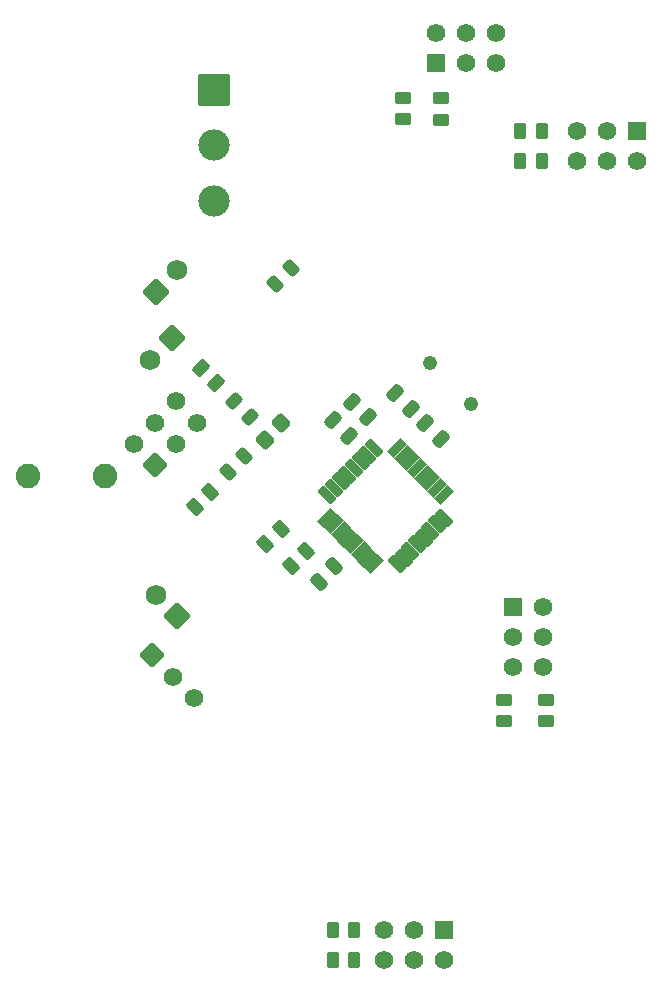
<source format=gbr>
%TF.GenerationSoftware,KiCad,Pcbnew,8.0.1*%
%TF.CreationDate,2024-05-30T23:21:13+02:00*%
%TF.ProjectId,minisumo_pcb,6d696e69-7375-46d6-9f5f-7063622e6b69,rev?*%
%TF.SameCoordinates,Original*%
%TF.FileFunction,Soldermask,Top*%
%TF.FilePolarity,Negative*%
%FSLAX46Y46*%
G04 Gerber Fmt 4.6, Leading zero omitted, Abs format (unit mm)*
G04 Created by KiCad (PCBNEW 8.0.1) date 2024-05-30 23:21:13*
%MOMM*%
%LPD*%
G01*
G04 APERTURE LIST*
G04 Aperture macros list*
%AMRoundRect*
0 Rectangle with rounded corners*
0 $1 Rounding radius*
0 $2 $3 $4 $5 $6 $7 $8 $9 X,Y pos of 4 corners*
0 Add a 4 corners polygon primitive as box body*
4,1,4,$2,$3,$4,$5,$6,$7,$8,$9,$2,$3,0*
0 Add four circle primitives for the rounded corners*
1,1,$1+$1,$2,$3*
1,1,$1+$1,$4,$5*
1,1,$1+$1,$6,$7*
1,1,$1+$1,$8,$9*
0 Add four rect primitives between the rounded corners*
20,1,$1+$1,$2,$3,$4,$5,0*
20,1,$1+$1,$4,$5,$6,$7,0*
20,1,$1+$1,$6,$7,$8,$9,0*
20,1,$1+$1,$8,$9,$2,$3,0*%
G04 Aperture macros list end*
%ADD10RoundRect,0.243750X-0.150260X0.494975X-0.494975X0.150260X0.150260X-0.494975X0.494975X-0.150260X0*%
%ADD11RoundRect,0.250000X-0.450000X0.262500X-0.450000X-0.262500X0.450000X-0.262500X0.450000X0.262500X0*%
%ADD12RoundRect,0.250000X0.450000X-0.262500X0.450000X0.262500X-0.450000X0.262500X-0.450000X-0.262500X0*%
%ADD13RoundRect,0.250000X0.262500X0.450000X-0.262500X0.450000X-0.262500X-0.450000X0.262500X-0.450000X0*%
%ADD14C,1.734000*%
%ADD15RoundRect,0.102000X-1.081873X0.000000X0.000000X-1.081873X1.081873X0.000000X0.000000X1.081873X0*%
%ADD16C,2.654000*%
%ADD17RoundRect,0.102000X-1.225000X-1.225000X1.225000X-1.225000X1.225000X1.225000X-1.225000X1.225000X0*%
%ADD18RoundRect,0.250000X0.132583X-0.503814X0.503814X-0.132583X-0.132583X0.503814X-0.503814X0.132583X0*%
%ADD19C,1.574000*%
%ADD20RoundRect,0.102000X0.968736X0.000000X0.000000X0.968736X-0.968736X0.000000X0.000000X-0.968736X0*%
%ADD21RoundRect,0.135720X-0.325269X0.666491X-0.666491X0.325269X0.325269X-0.666491X0.666491X-0.325269X0*%
%ADD22RoundRect,0.052780X0.325269X0.783785X-0.783785X-0.325269X-0.325269X-0.783785X0.783785X0.325269X0*%
%ADD23C,1.234000*%
%ADD24RoundRect,0.102000X-0.685000X-0.685000X0.685000X-0.685000X0.685000X0.685000X-0.685000X0.685000X0*%
%ADD25RoundRect,0.243750X0.494975X0.150260X0.150260X0.494975X-0.494975X-0.150260X-0.150260X-0.494975X0*%
%ADD26RoundRect,0.250000X0.070711X-0.565685X0.565685X-0.070711X-0.070711X0.565685X-0.565685X0.070711X0*%
%ADD27RoundRect,0.102000X-0.685000X0.685000X-0.685000X-0.685000X0.685000X-0.685000X0.685000X0.685000X0*%
%ADD28RoundRect,0.250000X0.512652X0.159099X0.159099X0.512652X-0.512652X-0.159099X-0.159099X-0.512652X0*%
%ADD29RoundRect,0.250000X-0.159099X0.512652X-0.512652X0.159099X0.159099X-0.512652X0.512652X-0.159099X0*%
%ADD30RoundRect,0.250000X-0.132583X0.503814X-0.503814X0.132583X0.132583X-0.503814X0.503814X-0.132583X0*%
%ADD31RoundRect,0.250000X-0.262500X-0.450000X0.262500X-0.450000X0.262500X0.450000X-0.262500X0.450000X0*%
%ADD32RoundRect,0.243750X0.150260X-0.494975X0.494975X-0.150260X-0.150260X0.494975X-0.494975X0.150260X0*%
%ADD33RoundRect,0.102000X0.000000X-0.968736X0.968736X0.000000X0.000000X0.968736X-0.968736X0.000000X0*%
%ADD34RoundRect,0.102000X0.000000X1.081873X-1.081873X0.000000X0.000000X-1.081873X1.081873X0.000000X0*%
%ADD35RoundRect,0.102000X0.685000X0.685000X-0.685000X0.685000X-0.685000X-0.685000X0.685000X-0.685000X0*%
%ADD36RoundRect,0.250000X-0.503814X-0.132583X-0.132583X-0.503814X0.503814X0.132583X0.132583X0.503814X0*%
%ADD37C,2.079000*%
%ADD38RoundRect,0.250000X-0.512652X-0.159099X-0.159099X-0.512652X0.512652X0.159099X0.159099X0.512652X0*%
%ADD39RoundRect,0.102000X0.000000X-1.081873X1.081873X0.000000X0.000000X1.081873X-1.081873X0.000000X0*%
G04 APERTURE END LIST*
D10*
%TO.C,MISO1*%
X114921709Y-101856129D03*
X116247535Y-100530303D03*
%TD*%
D11*
%TO.C,R2*%
X133002178Y-72042177D03*
X133002178Y-70217177D03*
%TD*%
D12*
%TO.C,R9*%
X141815001Y-121157500D03*
X141815001Y-122982500D03*
%TD*%
D13*
%TO.C,R6*%
X139657498Y-73025000D03*
X141482498Y-73025000D03*
%TD*%
D14*
%TO.C,M2*%
X108849509Y-112295190D03*
D15*
X110645561Y-114091242D03*
%TD*%
D16*
%TO.C,S1*%
X113747535Y-78893216D03*
X113747535Y-74193216D03*
D17*
X113747535Y-69493216D03*
%TD*%
D18*
%TO.C,R5*%
X113392770Y-103547981D03*
X112102300Y-104838451D03*
%TD*%
D11*
%TO.C,R10*%
X138285000Y-122982500D03*
X138285000Y-121157500D03*
%TD*%
D19*
%TO.C,J2*%
X112043586Y-120989267D03*
X110247535Y-119193216D03*
D20*
X108451484Y-117397165D03*
%TD*%
D21*
%TO.C,uC1*%
X133198534Y-105743736D03*
X132632849Y-106309422D03*
X132067163Y-106875107D03*
X131501478Y-107440793D03*
X130935793Y-108006478D03*
X130370107Y-108572163D03*
X129804422Y-109137849D03*
X129238736Y-109703534D03*
D22*
X127301264Y-109703534D03*
X126735578Y-109137849D03*
X126169893Y-108572163D03*
X125604207Y-108006478D03*
X125038522Y-107440793D03*
X124472837Y-106875107D03*
X123907151Y-106309422D03*
X123341466Y-105743736D03*
D21*
X123341466Y-103806264D03*
X123907151Y-103240578D03*
X124472837Y-102674893D03*
X125038522Y-102109207D03*
X125604207Y-101543522D03*
X126169893Y-100977837D03*
X126735578Y-100412151D03*
X127301264Y-99846466D03*
D22*
X129238736Y-99846466D03*
X129804422Y-100412151D03*
X130370107Y-100977837D03*
X130935793Y-101543522D03*
X131501478Y-102109207D03*
X132067163Y-102674893D03*
X132632849Y-103240578D03*
X133198534Y-103806264D03*
%TD*%
D11*
%TO.C,R1*%
X129742582Y-72022823D03*
X129742582Y-70197823D03*
%TD*%
D23*
%TO.C,Y1*%
X132044659Y-92649659D03*
X135495341Y-96100341D03*
%TD*%
D19*
%TO.C,ES1*%
X137577500Y-64673216D03*
X137577500Y-67213216D03*
X135037500Y-64673216D03*
X135037500Y-67213216D03*
X132497500Y-64673216D03*
D24*
X132497500Y-67213216D03*
%TD*%
D25*
%TO.C,MOSI1*%
X115421709Y-95867390D03*
X116747535Y-97193216D03*
%TD*%
D26*
%TO.C,R47*%
X119452107Y-97717893D03*
X118037893Y-99132107D03*
%TD*%
D19*
%TO.C,ES3*%
X141605000Y-118397500D03*
X139065000Y-118397499D03*
X141605000Y-115857500D03*
X139065000Y-115857500D03*
X141605000Y-113317500D03*
D27*
X139065000Y-113317500D03*
%TD*%
D28*
%TO.C,C25*%
X123798249Y-97503249D03*
X125141751Y-98846751D03*
%TD*%
D29*
%TO.C,C24*%
X122598248Y-111146752D03*
X123941750Y-109803250D03*
%TD*%
D30*
%TO.C,R15*%
X120234575Y-109823868D03*
X121525045Y-108533398D03*
%TD*%
D31*
%TO.C,R3*%
X141481195Y-75565000D03*
X139656195Y-75565000D03*
%TD*%
D32*
%TO.C,+5V1*%
X120262913Y-84637087D03*
X118937087Y-85962913D03*
%TD*%
D31*
%TO.C,R11*%
X125620035Y-143153216D03*
X123795035Y-143153216D03*
%TD*%
D19*
%TO.C,Prog_Con1*%
X110543586Y-95897164D03*
X112339637Y-97693216D03*
X108747535Y-97693216D03*
X110543586Y-99489267D03*
X106951484Y-99489267D03*
D33*
X108747535Y-101285318D03*
%TD*%
D18*
%TO.C,R16*%
X119390235Y-106669765D03*
X118099765Y-107960235D03*
%TD*%
D14*
%TO.C,BATT1*%
X110645561Y-84795190D03*
D34*
X108849509Y-86591242D03*
%TD*%
D28*
%TO.C,C26*%
X125398248Y-95903248D03*
X126741750Y-97246750D03*
%TD*%
D19*
%TO.C,ES4*%
X128167535Y-143193216D03*
X128167535Y-140653216D03*
X130707535Y-143193216D03*
X130707535Y-140653216D03*
X133247535Y-143193216D03*
D35*
X133247535Y-140653216D03*
%TD*%
D19*
%TO.C,ES2*%
X144492500Y-75565000D03*
X144492501Y-73025000D03*
X147032500Y-75565000D03*
X147032500Y-73025000D03*
X149572500Y-75565000D03*
D35*
X149572500Y-73025000D03*
%TD*%
D36*
%TO.C,R4*%
X113892770Y-94338451D03*
X112602300Y-93047981D03*
%TD*%
D28*
%TO.C,C1*%
X129098249Y-95203249D03*
X130441751Y-96546751D03*
%TD*%
D37*
%TO.C,B1*%
X104497535Y-102193216D03*
X97997535Y-102193216D03*
%TD*%
D13*
%TO.C,R12*%
X123795035Y-140653216D03*
X125620035Y-140653216D03*
%TD*%
D38*
%TO.C,C2*%
X132941751Y-99046751D03*
X131598249Y-97703249D03*
%TD*%
D14*
%TO.C,M1*%
X108349509Y-92361242D03*
D39*
X110145561Y-90565190D03*
%TD*%
M02*

</source>
